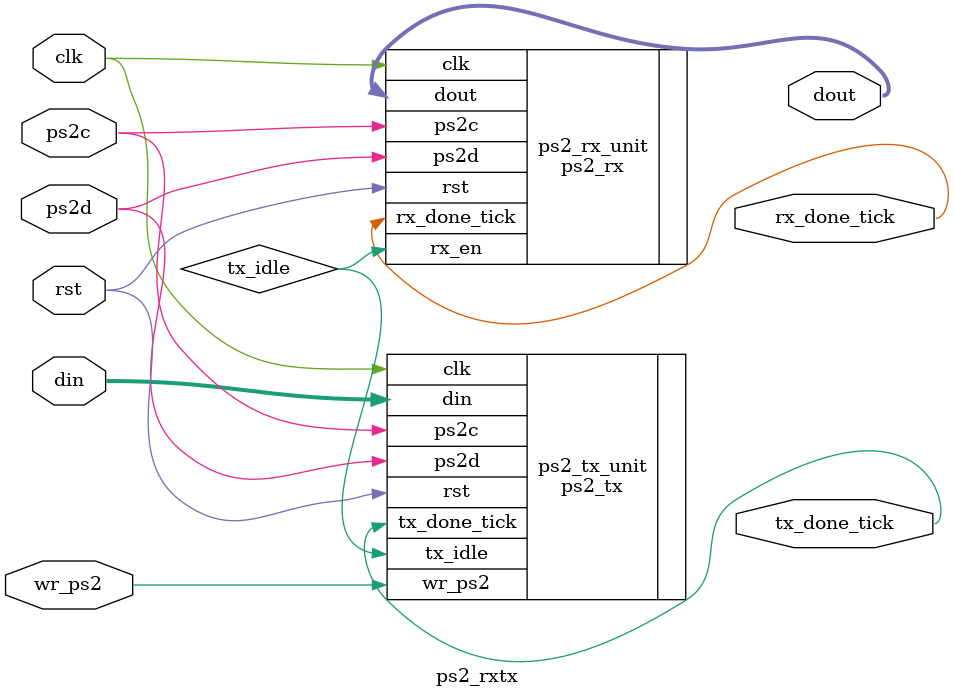
<source format=v>
`timescale 1ns / 1ps

module ps2_rxtx
(
input wire clk , rst ,
input wire wr_ps2,
inout wire ps2d, ps2c,
input wire [7:0] din,
output wire rx_done_tick , tx_done_tick ,
output wire [7:0] dout
); 
// signal declaration
wire tx_idle ;

// instantiate ps2 receiver
ps2_rx ps2_rx_unit
(.clk(clk), .rst(rst), .rx_en(tx_idle),
. ps2d (ps2d) , . ps2c (ps2c) ,
.rx_done_tick(rx_done_tick), .dout(dout));
// instantiate ps2 transmitter
ps2_tx ps2_tx_unit
(.clk(clk), .rst(rst), .wr_ps2(wr_ps2),
. din(din) , . ps2d(ps2d), .ps2c (ps2c),
.tx_idle(tx_idle), .tx_done_tick(tx_done_tick));
endmodule

</source>
